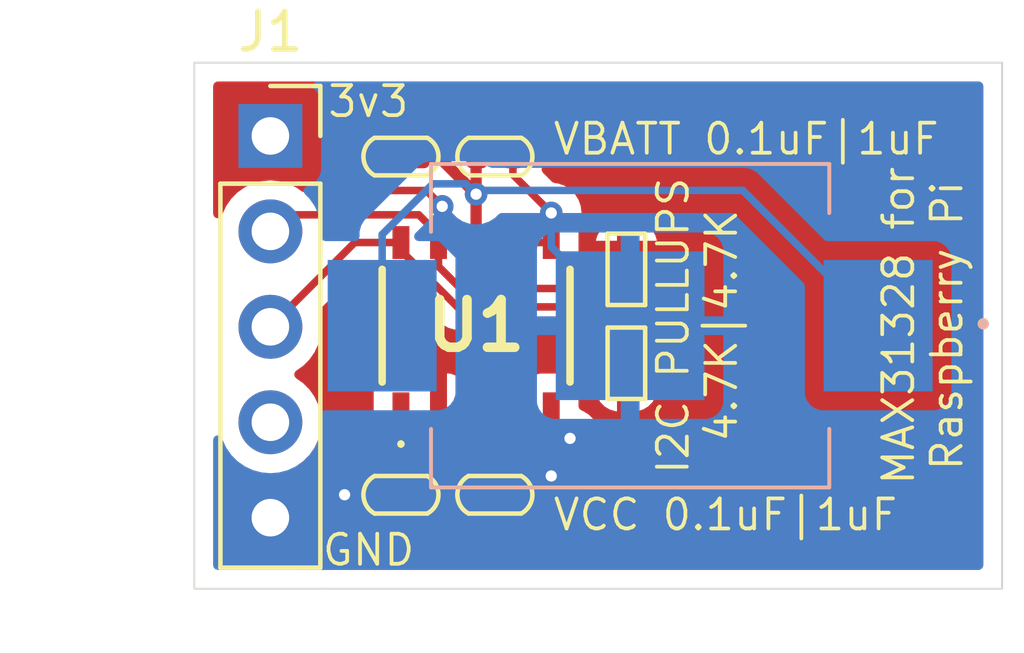
<source format=kicad_pcb>
(kicad_pcb (version 20240108) (generator "pcbnew") (generator_version "8.0")
  (layers (0 "F.Cu" signal) (31 "B.Cu" signal) (34 "B.Paste" user) (35 "F.Paste" user) (36 "B.SilkS" user "B.Silkscreen") (37 "F.SilkS" user "F.Silkscreen") (38 "B.Mask" user) (39 "F.Mask" user) (44 "Edge.Cuts" user))
  (net 0 "")
  (net 5 "/VBAT")
  (net 6 "/GND")
  (net 7 "/VCC")
  (net 8 "/SDA")
  (net 9 "/SCL")
  (footprint "Connector_PinSocket_2.54mm:PinSocket_1x05_P2.54mm_Vertical" (layer "F.Cu") (at 18.025 21.95)
    (property "Reference" "J1" (at 0 -2.77 0) (layer "F.SilkS"))
    (property "Value" "PINHD_1x5_Female")
    (fp_line (start -1.33 1.27) (end -1.33 11.49) (stroke (width 0.12)) (layer "F.SilkS"))
    (fp_line (start -1.33 1.27) (end 1.33 1.27) (stroke (width 0.12)) (layer "F.SilkS"))
    (fp_line (start -1.33 11.49) (end 1.33 11.49) (stroke (width 0.12)) (layer "F.SilkS"))
    (fp_line (start 0 -1.33) (end 1.33 -1.33) (stroke (width 0.12)) (layer "F.SilkS"))
    (fp_line (start 1.33 -1.33) (end 1.33 0) (stroke (width 0.12)) (layer "F.SilkS"))
    (fp_line (start 1.33 1.27) (end 1.33 11.49) (stroke (width 0.12)) (layer "F.SilkS"))
    (pad "1" thru_hole rect (at 0 0) (size 1.7 1.7) (drill 1) (layers "*.Cu" "*.Mask") (net 7 "/VCC"))
    (pad "2" thru_hole oval (at 0 2.54) (size 1.7 1.7) (drill 1) (layers "*.Cu" "*.Mask") (net 8 "/SDA"))
    (pad "3" thru_hole oval (at 0 5.08) (size 1.7 1.7) (drill 1) (layers "*.Cu" "*.Mask") (net 9 "/SCL"))
    (pad "4" thru_hole oval (at 0 7.62) (size 1.7 1.7) (drill 1) (layers "*.Cu" "*.Mask"))
    (pad "5" thru_hole oval (at 0 10.16) (size 1.7 1.7) (drill 1) (layers "*.Cu" "*.Mask") (net 6 "/GND"))
  )
  (footprint "SamacSys_Parts:MAX31328NELB" (layer "F.Cu") (at 23.5 27)
    (property "Reference" "U1" (at 0 0 0) (layer "F.SilkS") (effects (font (size 1.27 1.27) (thickness 0.254))))
    (property "Value" "MAX31328NELB+" (hide yes))
    (fp_line (start -2.5 -1.5) (end -2.5 1.5) (stroke (width 0.2)) (layer "F.SilkS"))
    (fp_line (start -2 3.1) (end -2 3.1) (stroke (width 0.1)) (layer "F.SilkS"))
    (fp_line (start -2 3.2) (end -2 3.2) (stroke (width 0.1)) (layer "F.SilkS"))
    (fp_line (start 2.5 -1.5) (end 2.5 1.5) (stroke (width 0.2)) (layer "F.SilkS"))
    (fp_arc (start -2 3.1) (mid -1.95 3.15) (end -2 3.2) (stroke (width 0.1)) (layer "F.SilkS"))
    (fp_arc (start -2 3.2) (mid -2.05 3.15) (end -2 3.1) (stroke (width 0.1)) (layer "F.SilkS"))
    (pad "1" smd rect (at -2 2.212) (size 0.45 0.875) (layers "F.Cu" "F.Paste" "F.Mask"))
    (pad "2" smd rect (at -1 2.212) (size 0.45 0.875) (layers "F.Cu" "F.Paste" "F.Mask") (net 7 "/VCC"))
    (pad "3" smd rect (at 0 2.212) (size 0.45 0.875) (layers "F.Cu" "F.Paste" "F.Mask"))
    (pad "4" smd rect (at 1 2.212) (size 0.45 0.875) (layers "F.Cu" "F.Paste" "F.Mask"))
    (pad "5" smd rect (at 2 2.212) (size 0.45 0.875) (layers "F.Cu" "F.Paste" "F.Mask") (net 6 "/GND"))
    (pad "6" smd rect (at 2 -2.213) (size 0.45 0.875) (layers "F.Cu" "F.Paste" "F.Mask") (net 6 "/GND"))
    (pad "7" smd rect (at 1 -2.213) (size 0.45 0.875) (layers "F.Cu" "F.Paste" "F.Mask") (net 6 "/GND"))
    (pad "8" smd rect (at 0 -2.213) (size 0.45 0.875) (layers "F.Cu" "F.Paste" "F.Mask") (net 5 "/VBAT"))
    (pad "9" smd rect (at -1 -2.213) (size 0.45 0.875) (layers "F.Cu" "F.Paste" "F.Mask") (net 8 "/SDA"))
    (pad "10" smd rect (at -2 -2.213) (size 0.45 0.875) (layers "F.Cu" "F.Paste" "F.Mask") (net 9 "/SCL"))
  )
  (footprint "PCM_Capacitor_SMD_AKL:C_0402_1005Metric" (layer "F.Cu") (at 24 31.5)
    (property "Reference" "C1" (hide yes))
    (property "Value" "1.0 μF" (hide yes))
    (fp_line (start -0.7 0.5) (end 0.7 0.5) (stroke (width 0.12)) (layer "F.SilkS"))
    (fp_line (start 0.7 -0.5) (end -0.7 -0.5) (stroke (width 0.12)) (layer "F.SilkS"))
    (fp_arc (start -0.7 0.5) (mid -0.998531 0) (end -0.7 -0.5) (stroke (width 0.12)) (layer "F.SilkS"))
    (fp_arc (start 0.7 -0.5) (mid 0.998532 0) (end 0.7 0.5) (stroke (width 0.12)) (layer "F.SilkS"))
    (pad "1" smd roundrect (at -0.48 0) (size 0.56 0.62) (layers "F.Cu" "F.Paste" "F.Mask") (net 7 "/VCC"))
    (pad "2" smd roundrect (at 0.48 0) (size 0.56 0.62) (layers "F.Cu" "F.Paste" "F.Mask") (net 6 "/GND"))
  )
  (footprint "PCM_Capacitor_SMD_AKL:C_0402_1005Metric" (layer "F.Cu") (at 21.5 31.5 180)
    (property "Reference" "C2" (hide yes))
    (property "Value" "0.1 μF" (hide yes))
    (fp_line (start 0.7 -0.5) (end -0.7 -0.5) (stroke (width 0.12)) (layer "F.SilkS"))
    (fp_line (start -0.7 0.5) (end 0.7 0.5) (stroke (width 0.12)) (layer "F.SilkS"))
    (fp_arc (start 0.7 -0.5) (mid 0.998532 0) (end 0.7 0.5) (stroke (width 0.12)) (layer "F.SilkS"))
    (fp_arc (start -0.7 0.5) (mid -0.998531 0) (end -0.7 -0.5) (stroke (width 0.12)) (layer "F.SilkS"))
    (pad "1" smd roundrect (at -0.48 0 180) (size 0.56 0.62) (layers "F.Cu" "F.Paste" "F.Mask") (net 7 "/VCC"))
    (pad "2" smd roundrect (at 0.48 0 180) (size 0.56 0.62) (layers "F.Cu" "F.Paste" "F.Mask") (net 6 "/GND"))
  )
  (footprint "PCM_Resistor_SMD_AKL:R_0402_1005Metric" (layer "F.Cu") (at 27.5 28 -90)
    (property "Reference" "R1" (hide yes))
    (property "Value" "4K7" (hide yes))
    (fp_line (start -0.95 0.5) (end 0.95 0.5) (stroke (width 0.12)) (layer "F.SilkS"))
    (fp_line (start 0.95 0.5) (end 0.95 -0.5) (stroke (width 0.12)) (layer "F.SilkS"))
    (fp_line (start -0.95 -0.5) (end -0.95 0.5) (stroke (width 0.12)) (layer "F.SilkS"))
    (fp_line (start 0.95 -0.5) (end -0.95 -0.5) (stroke (width 0.12)) (layer "F.SilkS"))
    (pad "1" smd roundrect (at -0.51 0 270) (size 0.54 0.64) (layers "F.Cu" "F.Paste" "F.Mask") (net 9 "/SCL"))
    (pad "2" smd roundrect (at 0.51 0 270) (size 0.54 0.64) (layers "F.Cu" "F.Paste" "F.Mask") (net 7 "/VCC"))
  )
  (footprint "PCM_Resistor_SMD_AKL:R_0402_1005Metric" (layer "F.Cu") (at 27.5 25.5 90)
    (property "Reference" "R2" (hide yes))
    (property "Value" "4K7" (hide yes))
    (fp_line (start 0.95 -0.5) (end -0.95 -0.5) (stroke (width 0.12)) (layer "F.SilkS"))
    (fp_line (start -0.95 -0.5) (end -0.95 0.5) (stroke (width 0.12)) (layer "F.SilkS"))
    (fp_line (start 0.95 0.5) (end 0.95 -0.5) (stroke (width 0.12)) (layer "F.SilkS"))
    (fp_line (start -0.95 0.5) (end 0.95 0.5) (stroke (width 0.12)) (layer "F.SilkS"))
    (pad "1" smd roundrect (at -0.51 0 90) (size 0.54 0.64) (layers "F.Cu" "F.Paste" "F.Mask") (net 8 "/SDA"))
    (pad "2" smd roundrect (at 0.51 0 90) (size 0.54 0.64) (layers "F.Cu" "F.Paste" "F.Mask") (net 7 "/VCC"))
  )
  (footprint "PCM_Capacitor_SMD_AKL:C_0402_1005Metric" (layer "F.Cu") (at 21.5 22.5 180)
    (property "Reference" "C4" (hide yes))
    (property "Value" "0.1 μF" (hide yes))
    (fp_line (start 0.7 -0.5) (end -0.7 -0.5) (stroke (width 0.12)) (layer "F.SilkS"))
    (fp_line (start -0.7 0.5) (end 0.7 0.5) (stroke (width 0.12)) (layer "F.SilkS"))
    (fp_arc (start 0.7 -0.5) (mid 0.998532 0) (end 0.7 0.5) (stroke (width 0.12)) (layer "F.SilkS"))
    (fp_arc (start -0.7 0.5) (mid -0.998531 0) (end -0.7 -0.5) (stroke (width 0.12)) (layer "F.SilkS"))
    (pad "1" smd roundrect (at -0.48 0 180) (size 0.56 0.62) (layers "F.Cu" "F.Paste" "F.Mask") (net 5 "/VBAT"))
    (pad "2" smd roundrect (at 0.48 0 180) (size 0.56 0.62) (layers "F.Cu" "F.Paste" "F.Mask") (net 6 "/GND"))
  )
  (footprint "PCM_Capacitor_SMD_AKL:C_0402_1005Metric" (layer "F.Cu") (at 24 22.5)
    (property "Reference" "C3" (hide yes))
    (property "Value" "1.0 μF" (hide yes))
    (fp_line (start -0.7 0.5) (end 0.7 0.5) (stroke (width 0.12)) (layer "F.SilkS"))
    (fp_line (start 0.7 -0.5) (end -0.7 -0.5) (stroke (width 0.12)) (layer "F.SilkS"))
    (fp_arc (start -0.7 0.5) (mid -0.998531 0) (end -0.7 -0.5) (stroke (width 0.12)) (layer "F.SilkS"))
    (fp_arc (start 0.7 -0.5) (mid 0.998532 0) (end 0.7 0.5) (stroke (width 0.12)) (layer "F.SilkS"))
    (pad "1" smd roundrect (at -0.48 0) (size 0.56 0.62) (layers "F.Cu" "F.Paste" "F.Mask") (net 5 "/VBAT"))
    (pad "2" smd roundrect (at 0.48 0) (size 0.56 0.62) (layers "F.Cu" "F.Paste" "F.Mask") (net 6 "/GND"))
  )
  (footprint "SamacSys_Parts:3050" (layer "B.Cu") (at 27.6 27 180)
    (property "Reference" "BAT1" (hide yes))
    (property "Value" "3050" (hide yes))
    (fp_line (start 5.3 4.305) (end 5.3 4.305) (stroke (width 0.1)) (layer "B.SilkS"))
    (fp_line (start 5.3 4.305) (end 5.3 2.5) (stroke (width 0.1)) (layer "B.SilkS"))
    (fp_line (start 5.3 2.5) (end 5.3 4.305) (stroke (width 0.1)) (layer "B.SilkS"))
    (fp_line (start 5.3 2.5) (end 5.3 2.5) (stroke (width 0.1)) (layer "B.SilkS"))
    (fp_line (start 5.3 -2.75) (end 5.3 -2.75) (stroke (width 0.1)) (layer "B.SilkS"))
    (fp_line (start 5.3 -2.75) (end 5.3 -4.305) (stroke (width 0.1)) (layer "B.SilkS"))
    (fp_line (start 5.3 -4.305) (end 5.3 -2.75) (stroke (width 0.1)) (layer "B.SilkS"))
    (fp_line (start 5.3 -4.305) (end 5.3 -4.305) (stroke (width 0.1)) (layer "B.SilkS"))
    (fp_line (start 5.3 -4.305) (end 5.3 -4.305) (stroke (width 0.1)) (layer "B.SilkS"))
    (fp_line (start 5.3 -4.305) (end -5.3 -4.305) (stroke (width 0.1)) (layer "B.SilkS"))
    (fp_line (start 5.25 4.305) (end 5.25 4.305) (stroke (width 0.1)) (layer "B.SilkS"))
    (fp_line (start 5.25 4.305) (end -5.3 4.305) (stroke (width 0.1)) (layer "B.SilkS"))
    (fp_line (start -5.3 4.305) (end 5.25 4.305) (stroke (width 0.1)) (layer "B.SilkS"))
    (fp_line (start -5.3 4.305) (end -5.3 4.305) (stroke (width 0.1)) (layer "B.SilkS"))
    (fp_line (start -5.3 4.305) (end -5.3 4.305) (stroke (width 0.1)) (layer "B.SilkS"))
    (fp_line (start -5.3 4.305) (end -5.3 3) (stroke (width 0.1)) (layer "B.SilkS"))
    (fp_line (start -5.3 3) (end -5.3 4.305) (stroke (width 0.1)) (layer "B.SilkS"))
    (fp_line (start -5.3 3) (end -5.3 3) (stroke (width 0.1)) (layer "B.SilkS"))
    (fp_line (start -5.3 -2.75) (end -5.3 -2.75) (stroke (width 0.1)) (layer "B.SilkS"))
    (fp_line (start -5.3 -2.75) (end -5.3 -4.25) (stroke (width 0.1)) (layer "B.SilkS"))
    (fp_line (start -5.3 -4.25) (end -5.3 -2.75) (stroke (width 0.1)) (layer "B.SilkS"))
    (fp_line (start -5.3 -4.25) (end -5.3 -4.25) (stroke (width 0.1)) (layer "B.SilkS"))
    (fp_line (start -5.3 -4.305) (end 5.3 -4.305) (stroke (width 0.1)) (layer "B.SilkS"))
    (fp_line (start -5.3 -4.305) (end -5.3 -4.305) (stroke (width 0.1)) (layer "B.SilkS"))
    (fp_line (start -9.4 0.1) (end -9.4 0.1) (stroke (width 0.2)) (layer "B.SilkS"))
    (fp_line (start -9.4 0) (end -9.4 0) (stroke (width 0.2)) (layer "B.SilkS"))
    (fp_line (start -9.4 0) (end -9.4 0) (stroke (width 0.2)) (layer "B.SilkS"))
    (fp_arc (start -9.4 0.1) (mid -9.45 0.05) (end -9.4 0) (stroke (width 0.2)) (layer "B.SilkS"))
    (fp_arc (start -9.4 0) (mid -9.35 0.05) (end -9.4 0.1) (stroke (width 0.2)) (layer "B.SilkS"))
    (fp_arc (start -9.4 0) (mid -9.35 0.05) (end -9.4 0.1) (stroke (width 0.2)) (layer "B.SilkS"))
    (pad "1" smd rect (at -6.6 0 180) (size 2.9 3.5) (layers "B.Cu" "B.Paste" "B.Mask") (net 5 "/VBAT"))
    (pad "2" smd rect (at 0 0 90) (size 3.96 3.96) (layers "B.Cu" "B.Paste" "B.Mask") (net 6 "/GND"))
    (pad "3" smd rect (at 6.6 0 180) (size 2.9 3.5) (layers "B.Cu" "B.Paste" "B.Mask") (net 5 "/VBAT"))
  )
  (gr_line (start 19.5 20) (end 37.5 20) (stroke (width 0.05)) (layer "Edge.Cuts"))
  (gr_line (start 16 34) (end 16 20) (stroke (width 0.05)) (layer "Edge.Cuts"))
  (gr_line (start 16 20) (end 19.5 20) (stroke (width 0.05)) (layer "Edge.Cuts"))
  (gr_line (start 16 34) (end 19.5 34) (stroke (width 0.05)) (layer "Edge.Cuts"))
  (gr_line (start 37.5 20) (end 37.5 34) (stroke (width 0.05)) (layer "Edge.Cuts"))
  (gr_line (start 37.5 34) (end 19.5 34) (stroke (width 0.05)) (layer "Edge.Cuts"))
  (gr_text "VBATT 0.1uF|1uF" (at 25.5 22.5 0) (layer "F.SilkS") (effects (font (size 0.8 0.8) (thickness 0.1)) (justify left bottom)))
  (gr_text "MAX31328 for\nRaspberry Pi" (at 36.5 27 90) (layer "F.SilkS") (effects (font (size 0.8 0.8) (thickness 0.1)) (justify bottom)))
  (gr_text "3v3" (at 19.5 21.5 0) (layer "F.SilkS") (effects (font (size 0.8 0.8) (thickness 0.1)) (justify left bottom)))
  (gr_text "VCC 0.1uF|1uF" (at 25.5 32.5 0) (layer "F.SilkS") (effects (font (size 0.8 0.8) (thickness 0.1)) (justify left bottom)))
  (gr_text "GND" (at 19.355 33.44 0) (layer "F.SilkS") (effects (font (size 0.8 0.8) (thickness 0.1)) (justify left bottom)))
  (gr_text "I2C PULLUPS\n4.7K|4.7K" (at 30.5 27 90) (layer "F.SilkS") (effects (font (size 0.8 0.8) (thickness 0.1)) (justify bottom)))
  (segment (start 22.5 22.5) (end 21.98 22.5) (width 0.3) (layer "F.Cu") (net 5))
  (segment (start 23.5 23.5) (end 23.5 24.787) (width 0.3) (layer "F.Cu") (net 5))
  (segment (start 23.5 23.5) (end 23.5 22.52) (width 0.3) (layer "F.Cu") (net 5))
  (segment (start 23.5 23.5) (end 22.5 22.5) (width 0.3) (layer "F.Cu") (net 5))
  (via (at 23.5 23.5) (size 0.6) (drill 0.3) (layers "F.Cu" "B.Cu") (net 5))
  (segment (start 23.5 23.5) (end 23.6 23.4) (width 0.2) (layer "B.Cu") (net 5))
  (segment (start 22.34941 23.22391) (end 23.22391 23.22391) (width 0.2) (layer "B.Cu") (net 5))
  (segment (start 21 27) (end 21 24.57332) (width 0.2) (layer "B.Cu") (net 5))
  (segment (start 23.22391 23.22391) (end 23.5 23.5) (width 0.2) (layer "B.Cu") (net 5))
  (segment (start 30.6 23.4) (end 34.2 27) (width 0.2) (layer "B.Cu") (net 5))
  (segment (start 21 24.57332) (end 22.34941 23.22391) (width 0.2) (layer "B.Cu") (net 5))
  (segment (start 23.6 23.4) (end 30.6 23.4) (width 0.2) (layer "B.Cu") (net 5))
  (segment (start 22.175878 23.401849) (end 21.02 23.401849) (width 0.2) (layer "F.Cu") (net 6))
  (segment (start 21.02 23.401849) (end 21.02 22.5) (width 0.2) (layer "F.Cu") (net 6))
  (segment (start 25.5 24) (end 25.5 24.5) (width 0.2) (layer "F.Cu") (net 6))
  (segment (start 24.5 24.787) (end 25.5 24.787) (width 0.2) (layer "F.Cu") (net 6))
  (segment (start 25.5 29.5) (end 25.5 29.212) (width 0.2) (layer "F.Cu") (net 6))
  (segment (start 22.597939 23.82391) (end 22.175878 23.401849) (width 0.2) (layer "F.Cu") (net 6))
  (segment (start 25.5 31) (end 25 31.5) (width 0.2) (layer "F.Cu") (net 6))
  (segment (start 26 30) (end 25.5 29.5) (width 0.2) (layer "F.Cu") (net 6))
  (segment (start 24.48 22.98) (end 24.48 22.5) (width 0.2) (layer "F.Cu") (net 6))
  (segment (start 25 31.5) (end 24.48 31.5) (width 0.2) (layer "F.Cu") (net 6))
  (segment (start 25.5 29.576514) (end 25.5 29.212) (width 0.2) (layer "F.Cu") (net 6))
  (segment (start 18.635 31.5) (end 18.025 32.11) (width 0.2) (layer "F.Cu") (net 6))
  (segment (start 25.5 24) (end 24.48 22.98) (width 0.2) (layer "F.Cu") (net 6))
  (segment (start 21.02 31.5) (end 20 31.5) (width 0.2) (layer "F.Cu") (net 6))
  (via (at 26 30) (size 0.6) (drill 0.3) (layers "F.Cu" "B.Cu") (net 6))
  (via (at 25.5 31) (size 0.6) (drill 0.3) (layers "F.Cu" "B.Cu") (net 6))
  (via (at 20 31.5) (size 0.6) (drill 0.3) (layers "F.Cu" "B.Cu") (net 6))
  (via (at 25.5 24) (size 0.6) (drill 0.3) (layers "F.Cu" "B.Cu") (net 6))
  (via (at 22.597939 23.82391) (size 0.6) (drill 0.3) (layers "F.Cu" "B.Cu") (net 6))
  (segment (start 22.597939 23.82391) (end 22.597939 24.697939) (width 0.2) (layer "B.Cu") (net 6))
  (segment (start 25.5 24) (end 25.5 24.9) (width 0.2) (layer "B.Cu") (net 6))
  (segment (start 25.5 24.9) (end 27.6 27) (width 0.2) (layer "B.Cu") (net 6))
  (segment (start 22.597939 24.697939) (end 24.5 26.6) (width 0.2) (layer "B.Cu") (net 6))
  (segment (start 21.975 24.0495) (end 18.4655 24.0495) (width 0.2) (layer "F.Cu") (net 8))
  (segment (start 22.5 24.5745) (end 21.975 24.0495) (width 0.2) (layer "F.Cu") (net 8))
  (segment (start 27.5 26.01) (end 23.0855 26.01) (width 0.2) (layer "F.Cu") (net 8))
  (segment (start 23.0855 26.01) (end 22.5 25.4245) (width 0.2) (layer "F.Cu") (net 8))
  (segment (start 22.5 25.4245) (end 22.5 24.787) (width 0.2) (layer "F.Cu") (net 8))
  (segment (start 27 26.5) (end 27.5 27) (width 0.2) (layer "F.Cu") (net 9))
  (segment (start 27.5 27) (end 27.5 27.49) (width 0.2) (layer "F.Cu") (net 9))
  (segment (start 21.5 24.787) (end 20.268 24.787) (width 0.2) (layer "F.Cu") (net 9))
  (segment (start 20.268 24.787) (end 18.025 27.03) (width 0.2) (layer "F.Cu") (net 9))
  (segment (start 21.5 24.9995) (end 23.0005 26.5) (width 0.2) (layer "F.Cu") (net 9))
  (segment (start 23.0005 26.5) (end 27 26.5) (width 0.2) (layer "F.Cu") (net 9))
  (zone (net 7) (net_name "/VCC") (layer "F.Cu") (connect_pads (clearance 0.5)) (min_thickness 0.25) (fill yes (thermal_gap 0.5) (thermal_bridge_width 0.5))
    (polygon (pts (xy 16 20) (xy 37.5 20) (xy 37.5 34) (xy 16 34)))
  )
  (zone (net 6) (net_name "/GND") (layer "B.Cu") (connect_pads (clearance 0.5)) (min_thickness 0.25) (fill yes (thermal_gap 0.5) (thermal_bridge_width 0.5))
    (polygon (pts (xy 16 20) (xy 37.5 20) (xy 37.5 34) (xy 16 34)))
  )
)
</source>
